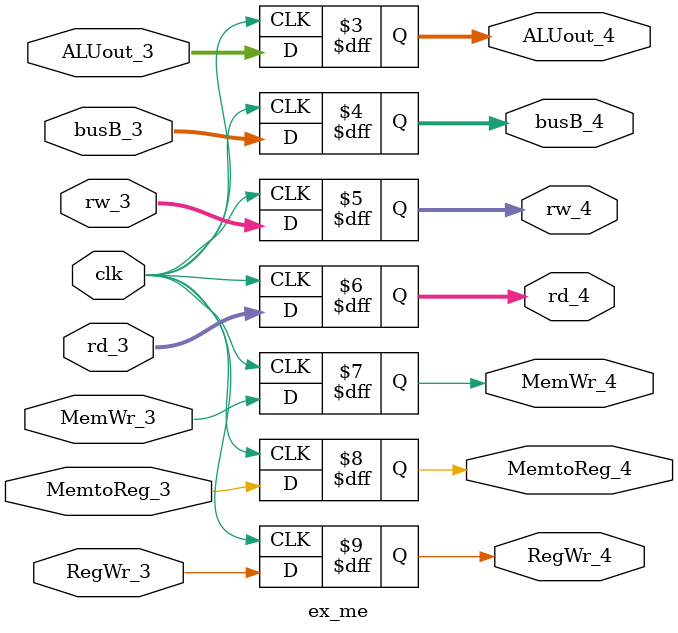
<source format=v>
module ex_me(clk,ALUout_3,busB_3,rw_3,MemWr_3,MemtoReg_3,RegWr_3,rd_3,
	ALUout_4,busB_4,rw_4,MemWr_4,MemtoReg_4,RegWr_4,rd_4);
	input clk;
	input[31:0] ALUout_3,busB_3;
	input[4:0] rw_3,rd_3;
	input MemWr_3,MemtoReg_3,RegWr_3;
	output reg[31:0] ALUout_4,busB_4;
	output reg[4:0] rw_4,rd_4;
	output reg MemWr_4,MemtoReg_4,RegWr_4;
	initial
	begin
		ALUout_4 = 0;
		busB_4 = 0;
		rw_4 = 0;
		MemWr_4 = 0;
		MemtoReg_4 = 0;
		RegWr_4 = 0;
		rd_4 = 0;
	end
	always @(negedge clk) begin
		ALUout_4 <= ALUout_3;
		busB_4 <= busB_3;
		rw_4 <= rw_3;
		MemWr_4 <= MemWr_3;
		MemtoReg_4 <= MemtoReg_3;
		RegWr_4 <= RegWr_3;
		rd_4 <= rd_3;
	end
endmodule
</source>
